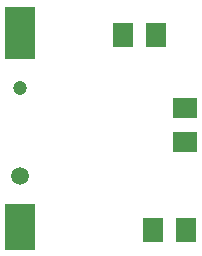
<source format=gbr>
G04 EAGLE Gerber RS-274X export*
G75*
%MOMM*%
%FSLAX34Y34*%
%LPD*%
%INSoldermask Top*%
%IPPOS*%
%AMOC8*
5,1,8,0,0,1.08239X$1,22.5*%
G01*
%ADD10R,2.503200X4.503200*%
%ADD11R,2.503200X3.863200*%
%ADD12C,1.503200*%
%ADD13C,1.203200*%
%ADD14R,1.803200X2.006200*%
%ADD15R,2.006200X1.803200*%


D10*
X139700Y471658D03*
D11*
X139700Y307245D03*
D12*
X139700Y350200D03*
D13*
X139700Y425200D03*
D14*
X252480Y304800D03*
X280920Y304800D03*
D15*
X279400Y407920D03*
X279400Y379480D03*
D14*
X255520Y469900D03*
X227080Y469900D03*
M02*

</source>
